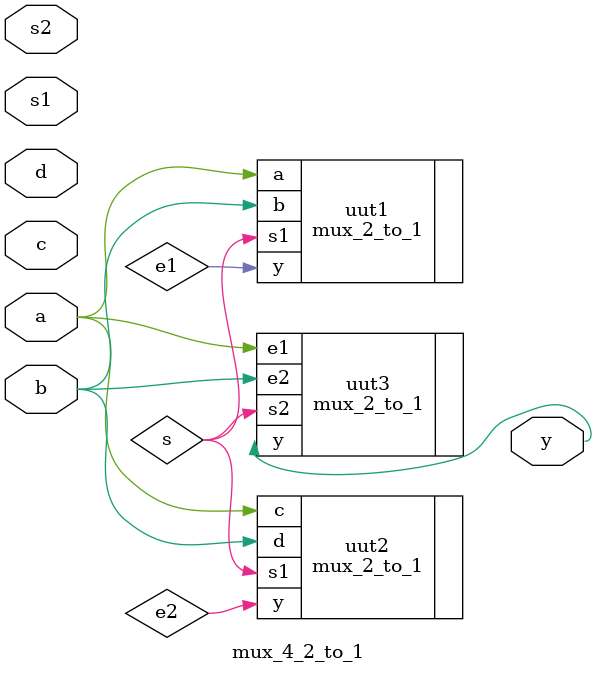
<source format=v>
module mux_4_2_to_1(
    input wire s1,a,b,c,d,s2,
    output reg y
);
     reg e1,e2;
mux_2_to_1 uut1(.a(a),.b(b),.s1(s),.y(e1));
mux_2_to_1 uut2(.c(a),.d(b),.s1(s),.y(e2));
mux_2_to_1 uut3(.e1(a),.e2(b),.s2(s),.y(y));

endmodule
</source>
